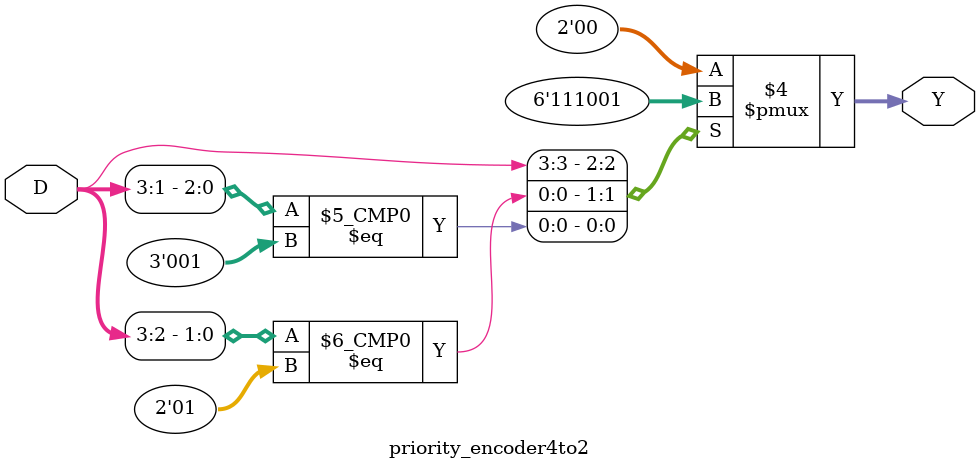
<source format=v>
module priority_encoder4to2(input [3:0] D, output reg [1:0] Y);
    always @(*) begin
        casez (D)
            4'b1???: Y = 2'b11; // D3 highest priority
            4'b01??: Y = 2'b10; // D2
            4'b001?: Y = 2'b01; // D1
            4'b0001: Y = 2'b00; // D0 lowest
            default: Y = 2'b00; // no input active
        endcase
    end
endmodule


</source>
